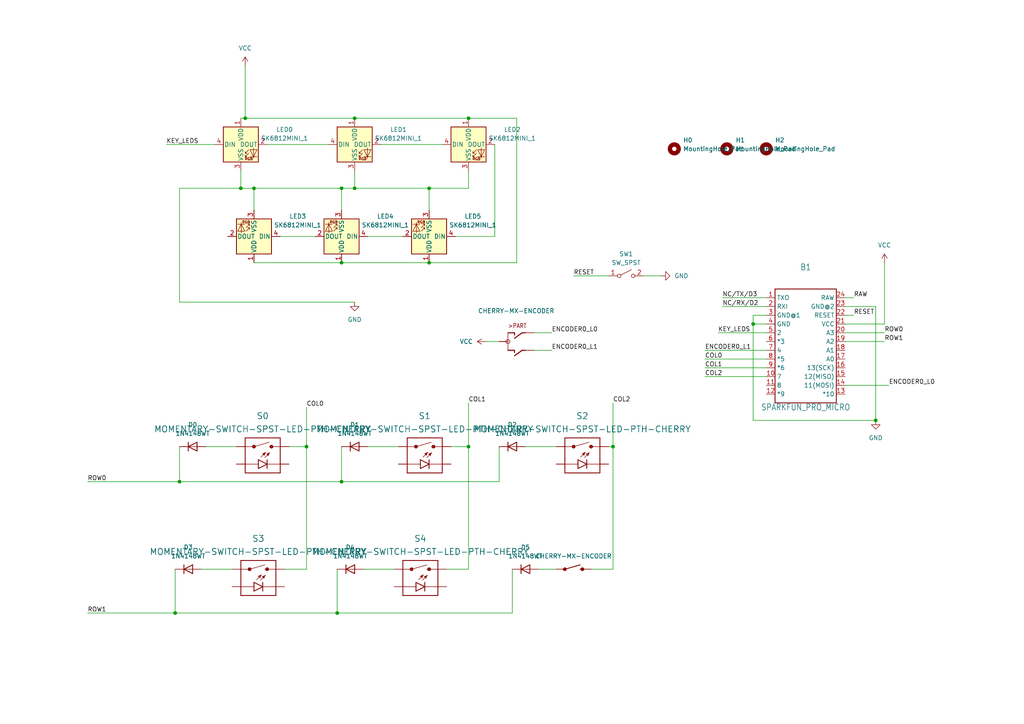
<source format=kicad_sch>
(kicad_sch (version 20211123) (generator eeschema)
  (paper "A4")
  (lib_symbols
    (symbol "Diode:1N4148WT" (pin_numbers hide) (pin_names (offset 1.016) hide)
      (property "Reference" "D" (at 0 2.54 0))
      (property "Value" "1N4148WT" (at 0 -2.54 0))
      (symbol "1N4148WT_0_1"
        (polyline (pts (xy -1.27 1.27) (xy -1.27 -1.27)) (stroke (width 0.254)))
        (polyline (pts (xy 1.27 0) (xy -1.27 0)))
        (polyline (pts (xy 1.27 1.27) (xy 1.27 -1.27) (xy -1.27 0) (xy 1.27 1.27)) (stroke (width 0.254)))
      )
      (symbol "1N4148WT_1_1"
        (pin passive line (at -3.81 0 0) (length 2.54) (name "K") (number "1"))
        (pin passive line (at 3.81 0 180) (length 2.54) (name "A") (number "2"))
      )
    )
    (symbol "Mechanical:MountingHole" (pin_names (offset 1.016))
      (property "Reference" "H" (at 0 5.08 0))
      (property "Value" "MountingHole" (at 0 3.175 0))
      (symbol "MountingHole_0_1"
        (circle (center 0 0) (radius 1.27) (stroke (width 1.27)))
      )
    )
    (symbol "Switch:SW_SPST" (pin_names (offset 0) hide)
      (property "Reference" "SW" (at 0 3.175 0))
      (property "Value" "SW_SPST" (at 0 -2.54 0))
      (symbol "SW_SPST_0_0"
        (circle (center -2.032 0) (radius 0.508))
        (polyline (pts (xy -1.524 0.254) (xy 1.524 1.778)))
        (circle (center 2.032 0) (radius 0.508))
      )
      (symbol "SW_SPST_1_1"
        (pin passive line (at -5.08 0 0) (length 2.54) (name "A") (number "1"))
        (pin passive line (at 5.08 0 180) (length 2.54) (name "B") (number "2"))
      )
    )
    (symbol "cherry-mx-encoder:CHERRY-MX-ENCODER"
      (property "Value" "CHERRY-MX-ENCODER" (at 0 -6.35 90))
      (symbol "CHERRY-MX-ENCODER_1_0"
        (circle (center -2.54 0) (radius 0.127) (stroke (width 0.4064)))
        (polyline (pts (xy -2.54 0) (xy 1.905 1.27)) (stroke (width 0.254)))
        (polyline (pts (xy 1.905 0) (xy 2.54 0)) (stroke (width 0.254)))
        (circle (center 2.54 0) (radius 0.127) (stroke (width 0.4064)))
        (pin passive line (at -5.08 0 0) (length 2.54) (name "1") (number "D"))
        (pin passive line (at 5.08 0 180) (length 2.54) (name "2") (number "E"))
        (pin passive line (at -5.08 0 0) (length 2.54) (name "1") (number "S1"))
        (pin passive line (at 5.08 0 180) (length 2.54) (name "2") (number "S2"))
      )
      (symbol "CHERRY-MX-ENCODER_2_0"
        (polyline (pts (xy -2.54 0) (xy 2.54 0)) (stroke (width 0.1524)))
        (polyline (pts (xy -2.54 1.905) (xy -2.54 0)) (stroke (width 0.3048)))
        (polyline (pts (xy -2.54 4.1275) (xy -0.9525 1.905)) (stroke (width 0.3048)))
        (polyline (pts (xy -2.54 5.08) (xy -2.54 4.1275)) (stroke (width 0.3048)))
        (polyline (pts (xy -1.905 1.905) (xy -2.54 1.905)) (stroke (width 0.3048)))
        (polyline (pts (xy 2.54 1.905) (xy 2.54 0)) (stroke (width 0.3048)))
        (polyline (pts (xy 2.54 4.1275) (xy 4.1275 1.905)) (stroke (width 0.3048)))
        (polyline (pts (xy 2.54 5.08) (xy 2.54 4.1275)) (stroke (width 0.3048)))
        (polyline (pts (xy 3.175 1.905) (xy 2.54 1.905)) (stroke (width 0.3048)))
        (circle (center 0 0) (radius 0.5679))
        (text ">PART" (at -3.81 0 900) (effects (font (size 1.27 1.0795)) (justify left bottom)))
        (pin passive line (at -2.54 7.62 270) (length 2.54) (name "A") (number "A"))
        (pin passive line (at 2.54 7.62 270) (length 2.54) (name "B") (number "B"))
        (pin passive line (at 0 -2.54 90) (length 2.54) (name "C") (number "C"))
      )
    )
    (symbol "momentary-switch-spst-led-pth-cherry:MOMENTARY-SWITCH-SPST-LED-PTH-CHERRY"
      (property "Reference" "S3" (at 0 5.334 0))
      (property "Value" "MOMENTARY-SWITCH-SPST-LED-PTH-CHERRY" (at 0 -5.334 0))
      (symbol "MOMENTARY-SWITCH-SPST-LED-PTH-CHERRY_1_0"
        (circle (center -2.54 2.54) (radius 0.127) (stroke (width 0.4064)))
        (polyline (pts (xy -5.08 -5.08) (xy 5.08 -5.08)) (stroke (width 0.254)))
        (polyline (pts (xy -5.08 -2.54) (xy -5.08 -5.08)) (stroke (width 0.254)))
        (polyline (pts (xy -5.08 -2.54) (xy -1.27 -2.54)) (stroke (width 0.1524)))
        (polyline (pts (xy -5.08 2.54) (xy -5.08 -2.54)) (stroke (width 0.254)))
        (polyline (pts (xy -5.08 2.54) (xy -2.54 2.54)) (stroke (width 0.1524)))
        (polyline (pts (xy -5.08 5.08) (xy -5.08 2.54)) (stroke (width 0.254)))
        (polyline (pts (xy -2.54 2.54) (xy 1.905 3.81)) (stroke (width 0.1524)))
        (polyline (pts (xy -1.27 -3.81) (xy -1.27 -2.54)) (stroke (width 0.254)))
        (polyline (pts (xy -1.27 -3.81) (xy 1.27 -2.54)) (stroke (width 0.254)))
        (polyline (pts (xy -1.27 -2.54) (xy -1.27 -1.27)) (stroke (width 0.254)))
        (polyline (pts (xy -0.508 -0.508) (xy 0.889 0.889)) (stroke (width 0.1524)))
        (polyline (pts (xy 0.635 -0.635) (xy 2.032 0.762)) (stroke (width 0.1524)))
        (polyline (pts (xy 1.27 -3.81) (xy 1.27 -2.54)) (stroke (width 0.254)))
        (polyline (pts (xy 1.27 -2.54) (xy -1.27 -1.27)) (stroke (width 0.254)))
        (polyline (pts (xy 1.27 -2.54) (xy 1.27 -1.27)) (stroke (width 0.254)))
        (polyline (pts (xy 1.27 -2.54) (xy 5.08 -2.54)) (stroke (width 0.1524)))
        (polyline (pts (xy 1.905 2.54) (xy 5.08 2.54)) (stroke (width 0.1524)))
        (polyline (pts (xy 5.08 -5.08) (xy 5.08 -2.54)) (stroke (width 0.254)))
        (polyline (pts (xy 5.08 -2.54) (xy 5.08 2.54)) (stroke (width 0.254)))
        (polyline (pts (xy 5.08 2.54) (xy 5.08 5.08)) (stroke (width 0.254)))
        (polyline (pts (xy 5.08 5.08) (xy -5.08 5.08)) (stroke (width 0.254)))
        (polyline (pts (xy 0.889 0.889) (xy 0 0.508) (xy 0.508 0)) (fill (type outline)))
        (polyline (pts (xy 2.032 0.762) (xy 1.143 0.381) (xy 1.651 -0.127)) (fill (type outline)))
        (circle (center 2.54 2.54) (radius 0.127) (stroke (width 0.4064)))
        (pin passive line (at -7.62 -2.54 0) (length 2.54) (name "A") (number "A"))
        (pin passive line (at 7.62 -2.54 180) (length 2.54) (name "C") (number "K"))
        (pin passive line (at -7.62 2.54 0) (length 2.54) (name "1") (number "S1"))
        (pin passive line (at 7.62 2.54 180) (length 2.54) (name "2") (number "S2"))
      )
    )
    (symbol "power:GND" (power) (pin_names (offset 0))
      (property "Value" "GND" (at 0 -3.81 0))
      (symbol "GND_0_1"
        (polyline (pts (xy 0 0) (xy 0 -1.27) (xy 1.27 -1.27) (xy 0 -2.54) (xy -1.27 -1.27) (xy 0 -1.27)))
      )
      (symbol "GND_1_1"
        (pin power_in line (at 0 0 270) (length 0) hide (name "GND") (number "1"))
      )
    )
    (symbol "power:VCC" (power) (pin_names (offset 0))
      (property "Value" "VCC" (at 0 3.81 0))
      (symbol "VCC_0_1"
        (polyline (pts (xy -0.762 1.27) (xy 0 2.54)))
        (polyline (pts (xy 0 0) (xy 0 2.54)))
        (polyline (pts (xy 0 2.54) (xy 0.762 1.27)))
      )
      (symbol "VCC_1_1"
        (pin power_in line (at 0 0 90) (length 0) hide (name "VCC") (number "1"))
      )
    )
    (symbol "sk6812mini_1:SK6812MINI_1" (pin_names (offset 0.254))
      (property "Reference" "LED8" (at 11.5759 3.7252 0))
      (property "Value" "SK6812MINI_1" (at 11.5759 0.9501 0))
      (symbol "SK6812MINI_1_0_0"
        (text "RGB" (at 2.286 -4.191 0) (effects (font (size 0.762 0.762))))
      )
      (symbol "SK6812MINI_1_0_1"
        (polyline (pts (xy 1.27 -3.556) (xy 1.778 -3.556)))
        (polyline (pts (xy 1.27 -2.54) (xy 1.778 -2.54)))
        (polyline (pts (xy 4.699 -3.556) (xy 2.667 -3.556)))
        (polyline (pts (xy 2.286 -2.54) (xy 1.27 -3.556) (xy 1.27 -3.048)))
        (polyline (pts (xy 2.286 -1.524) (xy 1.27 -2.54) (xy 1.27 -2.032)))
        (polyline (pts (xy 3.683 -1.016) (xy 3.683 -3.556) (xy 3.683 -4.064)))
        (polyline (pts (xy 4.699 -1.524) (xy 2.667 -1.524) (xy 3.683 -3.556) (xy 4.699 -1.524)))
        (rectangle (start 5.08 5.08) (end -5.08 -5.08) (stroke (width 0.254)) (fill (type background)))
      )
      (symbol "SK6812MINI_1_1_1"
        (pin power_in line (at 0 7.62 270) (length 2.54) (name "VDD") (number "1"))
        (pin output line (at 7.62 0 180) (length 2.54) (name "DOUT") (number "2"))
        (pin power_in line (at 0 -7.62 90) (length 2.54) (name "VSS") (number "3"))
        (pin input line (at -7.62 0 0) (length 2.54) (name "DIN") (number "4"))
      )
    )
    (symbol "sparkfun_pro_micro:SPARKFUN_PRO_MICRO"
      (property "Reference" "B1" (at -7.62 18.542 0))
      (property "Value" "SPARKFUN_PRO_MICRO" (at -7.62 -17.78 0))
      (symbol "SPARKFUN_PRO_MICRO_1_0"
        (polyline (pts (xy -7.62 -15.24) (xy 10.16 -15.24)) (stroke (width 0.254)))
        (polyline (pts (xy -7.62 17.78) (xy -7.62 -15.24)) (stroke (width 0.254)))
        (polyline (pts (xy 10.16 -15.24) (xy 10.16 17.78)) (stroke (width 0.254)))
        (polyline (pts (xy 10.16 17.78) (xy -7.62 17.78)) (stroke (width 0.254)))
        (pin bidirectional line (at -10.16 15.24 0) (length 2.54) (name "TXO") (number "1"))
        (pin bidirectional line (at -10.16 -7.62 0) (length 2.54) (name "7") (number "10"))
        (pin bidirectional line (at -10.16 -10.16 0) (length 2.54) (name "8") (number "11"))
        (pin bidirectional line (at -10.16 -12.7 0) (length 2.54) (name "*9") (number "12"))
        (pin bidirectional line (at 12.7 -12.7 180) (length 2.54) (name "*10") (number "13"))
        (pin bidirectional line (at 12.7 -10.16 180) (length 2.54) (name "11(MOSI)") (number "14"))
        (pin bidirectional line (at 12.7 -7.62 180) (length 2.54) (name "12(MISO)") (number "15"))
        (pin bidirectional line (at 12.7 -5.08 180) (length 2.54) (name "13(SCK)") (number "16"))
        (pin bidirectional line (at 12.7 -2.54 180) (length 2.54) (name "A0") (number "17"))
        (pin bidirectional line (at 12.7 0 180) (length 2.54) (name "A1") (number "18"))
        (pin bidirectional line (at 12.7 2.54 180) (length 2.54) (name "A2") (number "19"))
        (pin bidirectional line (at -10.16 12.7 0) (length 2.54) (name "RXI") (number "2"))
        (pin bidirectional line (at 12.7 5.08 180) (length 2.54) (name "A3") (number "20"))
        (pin power_in line (at 12.7 7.62 180) (length 2.54) (name "VCC") (number "21"))
        (pin bidirectional line (at 12.7 10.16 180) (length 2.54) (name "RESET") (number "22"))
        (pin power_in line (at 12.7 12.7 180) (length 2.54) (name "GND@2") (number "23"))
        (pin power_in line (at 12.7 15.24 180) (length 2.54) (name "RAW") (number "24"))
        (pin power_in line (at -10.16 10.16 0) (length 2.54) (name "GND@1") (number "3"))
        (pin power_in line (at -10.16 7.62 0) (length 2.54) (name "GND") (number "4"))
        (pin bidirectional line (at -10.16 5.08 0) (length 2.54) (name "2") (number "5"))
        (pin bidirectional line (at -10.16 2.54 0) (length 2.54) (name "*3") (number "6"))
        (pin bidirectional line (at -10.16 0 0) (length 2.54) (name "4") (number "7"))
        (pin bidirectional line (at -10.16 -2.54 0) (length 2.54) (name "*5") (number "8"))
        (pin bidirectional line (at -10.16 -5.08 0) (length 2.54) (name "*6") (number "9"))
      )
    )
  )
  (junction (at 50.8 177.8))
  (junction (at 254 121.92))
  (junction (at 102.87 54.61))
  (junction (at 88.9 129.54))
  (junction (at 97.79 177.8))
  (junction (at 71.12 34.29))
  (junction (at 135.89 129.54))
  (junction (at 99.06 76.2))
  (junction (at 99.06 139.7))
  (junction (at 218.44 93.98))
  (junction (at 177.8 129.54))
  (junction (at 52.07 139.7))
  (junction (at 73.66 54.61))
  (junction (at 102.87 34.29))
  (junction (at 135.89 34.29))
  (junction (at 99.06 54.61))
  (junction (at 124.46 54.61))
  (junction (at 124.46 76.2))
  (junction (at 69.85 54.61))
  (wire (pts (xy 99.06 54.61) (xy 102.87 54.61)))
  (wire (pts (xy 208.28 96.52) (xy 222.25 96.52)))
  (wire (pts (xy 124.46 76.2) (xy 149.86 76.2)))
  (wire (pts (xy 218.44 93.98) (xy 222.25 93.98)))
  (wire (pts (xy 102.87 49.53) (xy 102.87 54.61)))
  (wire (pts (xy 105.41 165.1) (xy 114.3 165.1)))
  (wire (pts (xy 58.42 165.1) (xy 67.31 165.1)))
  (wire (pts (xy 140.97 99.06) (xy 144.78 99.06)))
  (wire (pts (xy 88.9 129.54) (xy 83.82 129.54)))
  (wire (pts (xy 209.55 88.9) (xy 222.25 88.9)))
  (wire (pts (xy 186.69 80.01) (xy 191.77 80.01)))
  (wire (pts (xy 52.07 54.61) (xy 69.85 54.61)))
  (wire (pts (xy 204.47 101.6) (xy 222.25 101.6)))
  (wire (pts (xy 106.68 68.58) (xy 116.84 68.58)))
  (wire (pts (xy 52.07 87.63) (xy 52.07 54.61)))
  (wire (pts (xy 81.28 68.58) (xy 91.44 68.58)))
  (wire (pts (xy 48.26 41.91) (xy 62.23 41.91)))
  (wire (pts (xy 222.25 91.44) (xy 218.44 91.44)))
  (wire (pts (xy 218.44 91.44) (xy 218.44 93.98)))
  (wire (pts (xy 99.06 129.54) (xy 99.06 139.7)))
  (wire (pts (xy 171.45 165.1) (xy 177.8 165.1)))
  (wire (pts (xy 52.07 139.7) (xy 25.4 139.7)))
  (wire (pts (xy 71.12 19.05) (xy 71.12 34.29)))
  (wire (pts (xy 245.11 88.9) (xy 254 88.9)))
  (wire (pts (xy 102.87 54.61) (xy 124.46 54.61)))
  (wire (pts (xy 204.47 109.22) (xy 222.25 109.22)))
  (wire (pts (xy 102.87 87.63) (xy 52.07 87.63)))
  (wire (pts (xy 73.66 76.2) (xy 99.06 76.2)))
  (wire (pts (xy 50.8 177.8) (xy 97.79 177.8)))
  (wire (pts (xy 73.66 54.61) (xy 99.06 54.61)))
  (wire (pts (xy 71.12 34.29) (xy 69.85 34.29)))
  (wire (pts (xy 135.89 116.84) (xy 135.89 129.54)))
  (wire (pts (xy 245.11 99.06) (xy 256.54 99.06)))
  (wire (pts (xy 99.06 139.7) (xy 144.78 139.7)))
  (wire (pts (xy 69.85 49.53) (xy 69.85 54.61)))
  (wire (pts (xy 124.46 54.61) (xy 124.46 60.96)))
  (wire (pts (xy 143.51 41.91) (xy 143.51 68.58)))
  (wire (pts (xy 256.54 76.2) (xy 256.54 93.98)))
  (wire (pts (xy 177.8 116.84) (xy 177.8 129.54)))
  (wire (pts (xy 88.9 165.1) (xy 88.9 129.54)))
  (wire (pts (xy 204.47 104.14) (xy 222.25 104.14)))
  (wire (pts (xy 69.85 54.61) (xy 73.66 54.61)))
  (wire (pts (xy 135.89 34.29) (xy 149.86 34.29)))
  (wire (pts (xy 245.11 111.76) (xy 257.81 111.76)))
  (wire (pts (xy 77.47 41.91) (xy 95.25 41.91)))
  (wire (pts (xy 132.08 68.58) (xy 143.51 68.58)))
  (wire (pts (xy 110.49 41.91) (xy 128.27 41.91)))
  (wire (pts (xy 177.8 129.54) (xy 176.53 129.54)))
  (wire (pts (xy 156.21 165.1) (xy 161.29 165.1)))
  (wire (pts (xy 129.54 165.1) (xy 135.89 165.1)))
  (wire (pts (xy 218.44 93.98) (xy 218.44 121.92)))
  (wire (pts (xy 135.89 165.1) (xy 135.89 129.54)))
  (wire (pts (xy 254 88.9) (xy 254 121.92)))
  (wire (pts (xy 152.4 129.54) (xy 161.29 129.54)))
  (wire (pts (xy 25.4 177.8) (xy 50.8 177.8)))
  (wire (pts (xy 148.59 177.8) (xy 97.79 177.8)))
  (wire (pts (xy 99.06 76.2) (xy 124.46 76.2)))
  (wire (pts (xy 245.11 96.52) (xy 256.54 96.52)))
  (wire (pts (xy 52.07 129.54) (xy 52.07 139.7)))
  (wire (pts (xy 144.78 129.54) (xy 144.78 139.7)))
  (wire (pts (xy 148.59 165.1) (xy 148.59 177.8)))
  (wire (pts (xy 88.9 118.11) (xy 88.9 129.54)))
  (wire (pts (xy 99.06 139.7) (xy 52.07 139.7)))
  (wire (pts (xy 82.55 165.1) (xy 88.9 165.1)))
  (wire (pts (xy 71.12 34.29) (xy 102.87 34.29)))
  (wire (pts (xy 256.54 93.98) (xy 245.11 93.98)))
  (wire (pts (xy 124.46 54.61) (xy 135.89 54.61)))
  (wire (pts (xy 106.68 129.54) (xy 115.57 129.54)))
  (wire (pts (xy 149.86 76.2) (xy 149.86 34.29)))
  (wire (pts (xy 154.94 96.52) (xy 160.02 96.52)))
  (wire (pts (xy 99.06 54.61) (xy 99.06 60.96)))
  (wire (pts (xy 50.8 165.1) (xy 50.8 177.8)))
  (wire (pts (xy 97.79 177.8) (xy 97.79 165.1)))
  (wire (pts (xy 135.89 54.61) (xy 135.89 49.53)))
  (wire (pts (xy 135.89 129.54) (xy 130.81 129.54)))
  (wire (pts (xy 166.37 80.01) (xy 176.53 80.01)))
  (wire (pts (xy 209.55 86.36) (xy 222.25 86.36)))
  (wire (pts (xy 154.94 101.6) (xy 160.02 101.6)))
  (wire (pts (xy 59.69 129.54) (xy 68.58 129.54)))
  (wire (pts (xy 73.66 54.61) (xy 73.66 60.96)))
  (wire (pts (xy 245.11 91.44) (xy 247.65 91.44)))
  (wire (pts (xy 245.11 86.36) (xy 247.65 86.36)))
  (wire (pts (xy 204.47 106.68) (xy 222.25 106.68)))
  (wire (pts (xy 102.87 34.29) (xy 135.89 34.29)))
  (wire (pts (xy 177.8 165.1) (xy 177.8 129.54)))
  (wire (pts (xy 218.44 121.92) (xy 254 121.92)))
  (label "COL1" (at 135.89 116.84 0))
  (label "COL1" (at 204.47 106.68 0))
  (label "ROW1" (at 256.54 99.06 0))
  (label "KEY_LEDS" (at 48.26 41.91 0))
  (label "NC{slash}RX{slash}D2" (at 209.55 88.9 0))
  (label "COL2" (at 177.8 116.84 0))
  (label "ENCODER0_L0" (at 160.02 96.52 0))
  (label "ROW0" (at 25.4 139.7 0))
  (label "RESET" (at 166.37 80.01 0))
  (label "ENCODER0_L1" (at 160.02 101.6 0))
  (label "ENCODER0_L1" (at 204.47 101.6 0))
  (label "ROW1" (at 25.4 177.8 0))
  (label "KEY_LEDS" (at 208.28 96.52 0))
  (label "RESET" (at 247.65 91.44 0))
  (label "COL0" (at 88.9 118.11 0))
  (label "ENCODER0_L0" (at 257.81 111.76 0))
  (label "NC{slash}TX{slash}D3" (at 209.55 86.36 0))
  (label "RAW" (at 247.65 86.36 0))
  (label "COL2" (at 204.47 109.22 0))
  (label "ROW0" (at 256.54 96.52 0))
  (label "COL0" (at 204.47 104.14 0))
  (symbol (lib_id "sk6812mini_1:SK6812MINI_1") (at 73.66 68.58 180) (unit 1)
    (property "Reference" "LED3" (at 86.36 62.7505 0))
    (property "Value" "SK6812MINI_1" (at 86.36 65.2905 0))
    (property "Footprint" "pizzapad:LED_SK6812MINI_PLCC4_3.5x3.5mm_P1.75mm" (effects hide))
    (property "Datasheet" "https://cdn-shop.adafruit.com/product-files/2686/SK6812MINI_REV.01-1-2.pdf" (effects hide))
  )
  (symbol (lib_id "power:GND") (at 191.77 80.01 90) (unit 1)
    (property "Reference" "#PWR0106" (effects hide))
    (property "Value" "GND" (at 195.58 80.0099 90) (effects (justify right)))
  )
  (symbol (lib_id "power:GND") (at 102.87 87.63 0) (unit 1)
    (property "Reference" "#PWR0103" (effects hide))
    (property "Value" "GND" (at 102.87 92.71 0))
  )
  (symbol (lib_id "momentary-switch-spst-led-pth-cherry:MOMENTARY-SWITCH-SPST-LED-PTH-CHERRY") (at 123.19 132.08 0) (unit 1)
    (property "Reference" "S1" (at 123.19 120.65 0) (effects (font (size 1.778 1.778))))
    (property "Value" "MOMENTARY-SWITCH-SPST-LED-PTH-CHERRY" (at 123.19 124.46 0) (effects (font (size 1.778 1.778))))
    (property "Footprint" "pizzapad:Kailh-CPG151101S11_MX_Socket-1.00u" (effects hide))
  )
  (symbol (lib_id "sk6812mini_1:SK6812MINI_1") (at 69.85 41.91 0) (unit 1)
    (property "Reference" "LED0" (at 82.55 37.5793 0))
    (property "Value" "SK6812MINI_1" (at 82.55 40.1193 0))
    (property "Footprint" "pizzapad:LED_SK6812MINI_PLCC4_3.5x3.5mm_P1.75mm" (effects hide))
    (property "Datasheet" "https://cdn-shop.adafruit.com/product-files/2686/SK6812MINI_REV.01-1-2.pdf" (effects hide))
  )
  (symbol (lib_id "Diode:1N4148WT") (at 55.88 129.54 0) (unit 1)
    (property "Reference" "D0" (at 55.88 123.19 0))
    (property "Value" "1N4148WT" (at 55.88 125.73 0))
    (property "Footprint" "Diode_SMD:D_SOD-523" (effects hide))
    (property "Datasheet" "https://www.diodes.com/assets/Datasheets/ds30396.pdf" (effects hide))
  )
  (symbol (lib_id "sk6812mini_1:SK6812MINI_1") (at 124.46 68.58 180) (unit 1)
    (property "Reference" "LED5" (at 137.16 62.7505 0))
    (property "Value" "SK6812MINI_1" (at 137.16 65.2905 0))
    (property "Footprint" "pizzapad:LED_SK6812MINI_PLCC4_3.5x3.5mm_P1.75mm" (effects hide))
    (property "Datasheet" "https://cdn-shop.adafruit.com/product-files/2686/SK6812MINI_REV.01-1-2.pdf" (effects hide))
  )
  (symbol (lib_id "Mechanical:MountingHole") (at 222.25 43.18 0) (unit 1)
    (property "Reference" "H2" (at 224.79 40.6399 0) (effects (justify left)))
    (property "Value" "MountingHole_Pad" (at 224.79 43.1799 0) (effects (justify left)))
    (property "Footprint" "MountingHole:MountingHole_3.2mm_M3_ISO7380" (effects hide))
  )
  (symbol (lib_id "Mechanical:MountingHole") (at 195.58 43.18 0) (unit 1)
    (property "Reference" "H0" (at 198.12 40.6399 0) (effects (justify left)))
    (property "Value" "MountingHole_Pad" (at 198.12 43.1799 0) (effects (justify left)))
    (property "Footprint" "MountingHole:MountingHole_3.2mm_M3_ISO7380" (effects hide))
  )
  (symbol (lib_id "Switch:SW_SPST") (at 181.61 80.01 0) (unit 1)
    (property "Reference" "SW1" (at 181.61 73.66 0))
    (property "Value" "SW_SPST" (at 181.61 76.2 0))
    (property "Footprint" "Button_Switch_SMD:SW_SPST_B3U-1000P" (effects hide))
  )
  (symbol (lib_id "momentary-switch-spst-led-pth-cherry:MOMENTARY-SWITCH-SPST-LED-PTH-CHERRY") (at 168.91 132.08 0) (unit 1)
    (property "Reference" "S2" (at 168.91 120.65 0) (effects (font (size 1.778 1.778))))
    (property "Value" "MOMENTARY-SWITCH-SPST-LED-PTH-CHERRY" (at 168.91 124.46 0) (effects (font (size 1.778 1.778))))
    (property "Footprint" "pizzapad:Kailh-CPG151101S11_MX_Socket-1.00u" (effects hide))
  )
  (symbol (lib_id "power:VCC") (at 140.97 99.06 90) (unit 1)
    (property "Reference" "#PWR0104" (effects hide))
    (property "Value" "VCC" (at 137.16 99.0599 90) (effects (justify left)))
  )
  (symbol (lib_id "Diode:1N4148WT") (at 152.4 165.1 0) (unit 1)
    (property "Reference" "D5" (at 152.4 158.75 0))
    (property "Value" "1N4148WT" (at 152.4 161.29 0))
    (property "Footprint" "Diode_SMD:D_SOD-523" (effects hide))
    (property "Datasheet" "https://www.diodes.com/assets/Datasheets/ds30396.pdf" (effects hide))
  )
  (symbol (lib_id "Diode:1N4148WT") (at 148.59 129.54 0) (unit 1)
    (property "Reference" "D2" (at 148.59 123.19 0))
    (property "Value" "1N4148WT" (at 148.59 125.73 0))
    (property "Footprint" "Diode_SMD:D_SOD-523" (effects hide))
    (property "Datasheet" "https://www.diodes.com/assets/Datasheets/ds30396.pdf" (effects hide))
  )
  (symbol (lib_id "cherry-mx-encoder:CHERRY-MX-ENCODER") (at 147.32 99.06 270) (unit 2)
    (property "Reference" "RE_3_1" (effects hide))
    (property "Value" "CHERRY-MX-ENCODER" (at 149.7251 90.17 90))
    (property "Footprint" "pizzapad:RotaryEncoder_Alps_EC11E-Switch_Vertical_H20mm" (effects hide))
  )
  (symbol (lib_id "Mechanical:MountingHole") (at 210.82 43.18 0) (unit 1)
    (property "Reference" "H1" (at 213.36 40.6399 0) (effects (justify left)))
    (property "Value" "MountingHole_Pad" (at 213.36 43.1799 0) (effects (justify left)))
    (property "Footprint" "MountingHole:MountingHole_3.2mm_M3_ISO7380" (effects hide))
  )
  (symbol (lib_id "Diode:1N4148WT") (at 101.6 165.1 0) (unit 1)
    (property "Reference" "D4" (at 101.6 158.75 0))
    (property "Value" "1N4148WT" (at 101.6 161.29 0))
    (property "Footprint" "Diode_SMD:D_SOD-523" (effects hide))
    (property "Datasheet" "https://www.diodes.com/assets/Datasheets/ds30396.pdf" (effects hide))
  )
  (symbol (lib_id "Diode:1N4148WT") (at 54.61 165.1 0) (unit 1)
    (property "Reference" "D3" (at 54.61 158.75 0))
    (property "Value" "1N4148WT" (at 54.61 161.29 0))
    (property "Footprint" "Diode_SMD:D_SOD-523" (effects hide))
    (property "Datasheet" "https://www.diodes.com/assets/Datasheets/ds30396.pdf" (effects hide))
  )
  (symbol (lib_id "power:VCC") (at 71.12 19.05 0) (unit 1)
    (property "Reference" "#PWR0105" (effects hide))
    (property "Value" "VCC" (at 71.12 13.97 0))
  )
  (symbol (lib_id "sk6812mini_1:SK6812MINI_1") (at 135.89 41.91 0) (unit 1)
    (property "Reference" "LED2" (at 148.59 37.5793 0))
    (property "Value" "SK6812MINI_1" (at 148.59 40.1193 0))
    (property "Footprint" "pizzapad:LED_SK6812MINI_PLCC4_3.5x3.5mm_P1.75mm" (effects hide))
    (property "Datasheet" "https://cdn-shop.adafruit.com/product-files/2686/SK6812MINI_REV.01-1-2.pdf" (effects hide))
  )
  (symbol (lib_id "Diode:1N4148WT") (at 102.87 129.54 0) (unit 1)
    (property "Reference" "D1" (at 102.87 123.19 0))
    (property "Value" "1N4148WT" (at 102.87 125.73 0))
    (property "Footprint" "Diode_SMD:D_SOD-523" (effects hide))
    (property "Datasheet" "https://www.diodes.com/assets/Datasheets/ds30396.pdf" (effects hide))
  )
  (symbol (lib_id "cherry-mx-encoder:CHERRY-MX-ENCODER") (at 166.37 165.1 0) (unit 1)
    (property "Reference" "RE_3_1" (effects hide))
    (property "Value" "CHERRY-MX-ENCODER" (at 166.37 161.29 0))
    (property "Footprint" "pizzapad:RotaryEncoder_Alps_EC11E-Switch_Vertical_H20mm" (effects hide))
  )
  (symbol (lib_id "momentary-switch-spst-led-pth-cherry:MOMENTARY-SWITCH-SPST-LED-PTH-CHERRY") (at 76.2 132.08 0) (unit 1)
    (property "Reference" "S0" (at 76.2 120.65 0) (effects (font (size 1.778 1.778))))
    (property "Value" "MOMENTARY-SWITCH-SPST-LED-PTH-CHERRY" (at 76.2 124.46 0) (effects (font (size 1.778 1.778))))
    (property "Footprint" "pizzapad:Kailh-CPG151101S11_MX_Socket-1.00u" (effects hide))
  )
  (symbol (lib_id "momentary-switch-spst-led-pth-cherry:MOMENTARY-SWITCH-SPST-LED-PTH-CHERRY") (at 121.92 167.64 0) (unit 1)
    (property "Reference" "S4" (at 121.92 156.21 0) (effects (font (size 1.778 1.778))))
    (property "Value" "MOMENTARY-SWITCH-SPST-LED-PTH-CHERRY" (at 121.92 160.02 0) (effects (font (size 1.778 1.778))))
    (property "Footprint" "pizzapad:Kailh-CPG151101S11_MX_Socket-1.00u" (effects hide))
  )
  (symbol (lib_id "sk6812mini_1:SK6812MINI_1") (at 99.06 68.58 180) (unit 1)
    (property "Reference" "LED4" (at 111.76 62.7505 0))
    (property "Value" "SK6812MINI_1" (at 111.76 65.2905 0))
    (property "Footprint" "pizzapad:LED_SK6812MINI_PLCC4_3.5x3.5mm_P1.75mm" (effects hide))
    (property "Datasheet" "https://cdn-shop.adafruit.com/product-files/2686/SK6812MINI_REV.01-1-2.pdf" (effects hide))
  )
  (symbol (lib_id "power:VCC") (at 256.54 76.2 0) (unit 1)
    (property "Reference" "#PWR0101" (effects hide))
    (property "Value" "VCC" (at 256.54 71.12 0))
  )
  (symbol (lib_id "sk6812mini_1:SK6812MINI_1") (at 102.87 41.91 0) (unit 1)
    (property "Reference" "LED1" (at 115.57 37.5793 0))
    (property "Value" "SK6812MINI_1" (at 115.57 40.1193 0))
    (property "Footprint" "pizzapad:LED_SK6812MINI_PLCC4_3.5x3.5mm_P1.75mm" (effects hide))
    (property "Datasheet" "https://cdn-shop.adafruit.com/product-files/2686/SK6812MINI_REV.01-1-2.pdf" (effects hide))
  )
  (symbol (lib_id "power:GND") (at 254 121.92 0) (unit 1)
    (property "Reference" "#PWR0102" (effects hide))
    (property "Value" "GND" (at 254 127 0))
  )
  (symbol (lib_id "sparkfun_pro_micro:SPARKFUN_PRO_MICRO") (at 232.41 101.6 0) (unit 1)
    (property "Reference" "B1" (at 233.68 77.47 0) (effects (font (size 1.778 1.5113))))
    (property "Value" "SPARKFUN_PRO_MICRO" (at 233.68 118.11 0) (effects (font (size 1.778 1.5113))))
    (property "Footprint" "kbd:ProMicro_v3.5" (effects hide))
  )
  (symbol (lib_id "momentary-switch-spst-led-pth-cherry:MOMENTARY-SWITCH-SPST-LED-PTH-CHERRY") (at 74.93 167.64 0) (unit 1)
    (property "Reference" "S3" (at 74.93 156.21 0) (effects (font (size 1.778 1.778))))
    (property "Value" "MOMENTARY-SWITCH-SPST-LED-PTH-CHERRY" (at 74.93 160.02 0) (effects (font (size 1.778 1.778))))
    (property "Footprint" "pizzapad:Kailh-CPG151101S11_MX_Socket-1.00u" (effects hide))
  )
)
</source>
